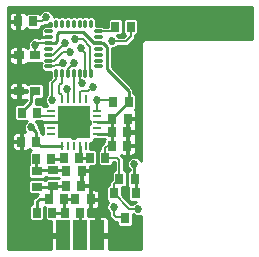
<source format=gtl>
G75*
%MOIN*%
%OFA0B0*%
%FSLAX25Y25*%
%IPPOS*%
%LPD*%
%AMOC8*
5,1,8,0,0,1.08239X$1,22.5*
%
%ADD10R,0.10630X0.10630*%
%ADD11R,0.02756X0.00984*%
%ADD12R,0.00984X0.02756*%
%ADD13R,0.02756X0.03543*%
%ADD14R,0.03543X0.02756*%
%ADD15R,0.03425X0.03071*%
%ADD16R,0.05000X0.10000*%
%ADD17R,0.03150X0.03543*%
%ADD18C,0.01181*%
%ADD19C,0.01000*%
%ADD20C,0.01600*%
%ADD21C,0.02700*%
%ADD22C,0.00800*%
D10*
X0095053Y0118829D03*
D11*
X0087297Y0118829D03*
X0087297Y0120797D03*
X0087297Y0122766D03*
X0087297Y0116860D03*
X0087297Y0114892D03*
X0102809Y0114892D03*
X0102809Y0116860D03*
X0102809Y0118829D03*
X0102809Y0120797D03*
X0102809Y0122766D03*
D12*
X0098990Y0126585D03*
X0097022Y0126585D03*
X0095053Y0126585D03*
X0093085Y0126585D03*
X0091116Y0126585D03*
X0091116Y0111073D03*
X0093085Y0111073D03*
X0095053Y0111073D03*
X0097022Y0111073D03*
X0098990Y0111073D03*
D13*
X0100430Y0107084D03*
X0096862Y0107035D03*
X0091744Y0107035D03*
X0087582Y0106747D03*
X0082464Y0106747D03*
X0082593Y0112427D03*
X0077474Y0112427D03*
X0077646Y0122022D03*
X0082764Y0122022D03*
X0107935Y0120075D03*
X0107760Y0115632D03*
X0107735Y0111009D03*
X0105548Y0107084D03*
X0112853Y0111009D03*
X0112878Y0115632D03*
X0113053Y0120075D03*
X0113316Y0125758D03*
X0108198Y0125758D03*
X0097668Y0102674D03*
X0092549Y0102674D03*
X0092378Y0097776D03*
X0091757Y0093393D03*
X0095528Y0093203D03*
X0100646Y0093203D03*
X0097496Y0097776D03*
X0086639Y0093393D03*
X0087859Y0088725D03*
X0082741Y0088725D03*
X0092103Y0088700D03*
X0097222Y0088700D03*
X0110191Y0100000D03*
X0115309Y0100000D03*
X0114022Y0150763D03*
X0108903Y0150763D03*
X0081559Y0152500D03*
X0076441Y0152500D03*
D14*
X0082800Y0102534D03*
X0088231Y0102822D03*
X0088231Y0097704D03*
X0082800Y0097416D03*
D15*
X0082159Y0129222D03*
X0076805Y0129222D03*
X0076805Y0141152D03*
X0082159Y0141152D03*
D16*
X0091450Y0081175D03*
X0097162Y0081225D03*
X0102850Y0081175D03*
D17*
X0112112Y0086944D03*
X0108372Y0095212D03*
X0115853Y0095212D03*
D18*
X0100890Y0134323D02*
X0100890Y0135899D01*
X0100890Y0134323D02*
X0100890Y0134323D01*
X0100890Y0135899D01*
X0100890Y0135899D01*
X0100890Y0135503D02*
X0100890Y0135503D01*
X0098921Y0135899D02*
X0098921Y0134323D01*
X0098921Y0134323D01*
X0098921Y0135899D01*
X0098921Y0135899D01*
X0098921Y0135503D02*
X0098921Y0135503D01*
X0096953Y0135899D02*
X0096953Y0134323D01*
X0096953Y0134323D01*
X0096953Y0135899D01*
X0096953Y0135899D01*
X0096953Y0135503D02*
X0096953Y0135503D01*
X0094984Y0135899D02*
X0094984Y0134323D01*
X0094984Y0134323D01*
X0094984Y0135899D01*
X0094984Y0135899D01*
X0094984Y0135503D02*
X0094984Y0135503D01*
X0093016Y0135899D02*
X0093016Y0134323D01*
X0093016Y0134323D01*
X0093016Y0135899D01*
X0093016Y0135899D01*
X0093016Y0135503D02*
X0093016Y0135503D01*
X0091047Y0135899D02*
X0091047Y0134323D01*
X0091047Y0134323D01*
X0091047Y0135899D01*
X0091047Y0135899D01*
X0091047Y0135503D02*
X0091047Y0135503D01*
X0089079Y0135899D02*
X0089079Y0134323D01*
X0089079Y0134323D01*
X0089079Y0135899D01*
X0089079Y0135899D01*
X0089079Y0135503D02*
X0089079Y0135503D01*
X0087505Y0137473D02*
X0085929Y0137473D01*
X0085929Y0137473D01*
X0087505Y0137473D01*
X0087505Y0137473D01*
X0087505Y0139441D02*
X0085929Y0139441D01*
X0085929Y0139441D01*
X0087505Y0139441D01*
X0087505Y0139441D01*
X0087505Y0141410D02*
X0085929Y0141410D01*
X0085929Y0141410D01*
X0087505Y0141410D01*
X0087505Y0141410D01*
X0087505Y0143378D02*
X0085929Y0143378D01*
X0085929Y0143378D01*
X0087505Y0143378D01*
X0087505Y0143378D01*
X0087505Y0145347D02*
X0085929Y0145347D01*
X0085929Y0145347D01*
X0087505Y0145347D01*
X0087505Y0145347D01*
X0087505Y0147315D02*
X0085929Y0147315D01*
X0085929Y0147315D01*
X0087505Y0147315D01*
X0087505Y0147315D01*
X0087505Y0149284D02*
X0085929Y0149284D01*
X0085929Y0149284D01*
X0087505Y0149284D01*
X0087505Y0149284D01*
X0089079Y0150858D02*
X0089079Y0152434D01*
X0089079Y0152434D01*
X0089079Y0150858D01*
X0089079Y0150858D01*
X0089079Y0152038D02*
X0089079Y0152038D01*
X0091047Y0152434D02*
X0091047Y0150858D01*
X0091047Y0152434D02*
X0091047Y0152434D01*
X0091047Y0150858D01*
X0091047Y0150858D01*
X0091047Y0152038D02*
X0091047Y0152038D01*
X0093016Y0152434D02*
X0093016Y0150858D01*
X0093016Y0152434D02*
X0093016Y0152434D01*
X0093016Y0150858D01*
X0093016Y0150858D01*
X0093016Y0152038D02*
X0093016Y0152038D01*
X0094984Y0152434D02*
X0094984Y0150858D01*
X0094984Y0152434D02*
X0094984Y0152434D01*
X0094984Y0150858D01*
X0094984Y0150858D01*
X0094984Y0152038D02*
X0094984Y0152038D01*
X0096953Y0152434D02*
X0096953Y0150858D01*
X0096953Y0152434D02*
X0096953Y0152434D01*
X0096953Y0150858D01*
X0096953Y0150858D01*
X0096953Y0152038D02*
X0096953Y0152038D01*
X0098921Y0152434D02*
X0098921Y0150858D01*
X0098921Y0152434D02*
X0098921Y0152434D01*
X0098921Y0150858D01*
X0098921Y0150858D01*
X0098921Y0152038D02*
X0098921Y0152038D01*
X0100890Y0152434D02*
X0100890Y0150858D01*
X0100890Y0152434D02*
X0100890Y0152434D01*
X0100890Y0150858D01*
X0100890Y0150858D01*
X0100890Y0152038D02*
X0100890Y0152038D01*
X0102464Y0149284D02*
X0104040Y0149284D01*
X0104040Y0149284D01*
X0102464Y0149284D01*
X0102464Y0149284D01*
X0102464Y0147315D02*
X0104040Y0147315D01*
X0104040Y0147315D01*
X0102464Y0147315D01*
X0102464Y0147315D01*
X0102464Y0145347D02*
X0104040Y0145347D01*
X0104040Y0145347D01*
X0102464Y0145347D01*
X0102464Y0145347D01*
X0102464Y0143378D02*
X0104040Y0143378D01*
X0104040Y0143378D01*
X0102464Y0143378D01*
X0102464Y0143378D01*
X0102464Y0141410D02*
X0104040Y0141410D01*
X0104040Y0141410D01*
X0102464Y0141410D01*
X0102464Y0141410D01*
X0102464Y0139441D02*
X0104040Y0139441D01*
X0104040Y0139441D01*
X0102464Y0139441D01*
X0102464Y0139441D01*
X0102464Y0137473D02*
X0104040Y0137473D01*
X0104040Y0137473D01*
X0102464Y0137473D01*
X0102464Y0137473D01*
D19*
X0073000Y0157231D02*
X0073000Y0076500D01*
X0087450Y0076500D01*
X0087450Y0080675D01*
X0090950Y0080675D01*
X0090950Y0081675D01*
X0087450Y0081675D01*
X0087450Y0085853D01*
X0086025Y0085853D01*
X0085381Y0086498D01*
X0085381Y0090522D01*
X0085219Y0090522D01*
X0085219Y0086498D01*
X0084575Y0085853D01*
X0080907Y0085853D01*
X0080263Y0086498D01*
X0080263Y0090952D01*
X0080907Y0091597D01*
X0081200Y0091597D01*
X0081200Y0093138D01*
X0082137Y0094075D01*
X0083000Y0094938D01*
X0080573Y0094938D01*
X0079928Y0095582D01*
X0079928Y0099250D01*
X0080573Y0099894D01*
X0085027Y0099894D01*
X0085372Y0099550D01*
X0086004Y0100181D01*
X0090078Y0100181D01*
X0090207Y0100311D01*
X0090174Y0100344D01*
X0086004Y0100344D01*
X0085659Y0100688D01*
X0085027Y0100056D01*
X0080573Y0100056D01*
X0079928Y0100700D01*
X0079928Y0104368D01*
X0080033Y0104473D01*
X0079986Y0104520D01*
X0079986Y0108975D01*
X0080630Y0109619D01*
X0080695Y0109619D01*
X0080246Y0110068D01*
X0080053Y0109734D01*
X0079773Y0109455D01*
X0079431Y0109257D01*
X0079050Y0109155D01*
X0077663Y0109155D01*
X0077663Y0112238D01*
X0077285Y0112238D01*
X0074596Y0112238D01*
X0074596Y0110457D01*
X0074699Y0110076D01*
X0074896Y0109734D01*
X0075175Y0109455D01*
X0075517Y0109257D01*
X0075899Y0109155D01*
X0077285Y0109155D01*
X0077285Y0112238D01*
X0077285Y0112616D01*
X0077285Y0115698D01*
X0075899Y0115698D01*
X0075517Y0115596D01*
X0075175Y0115399D01*
X0074896Y0115119D01*
X0074699Y0114777D01*
X0074596Y0114396D01*
X0074596Y0112616D01*
X0077285Y0112616D01*
X0077663Y0112616D01*
X0077663Y0115698D01*
X0078899Y0115698D01*
X0078848Y0115750D01*
X0078475Y0116650D01*
X0078475Y0117625D01*
X0078848Y0118525D01*
X0079473Y0119151D01*
X0075813Y0119151D01*
X0075168Y0119795D01*
X0075168Y0124250D01*
X0075813Y0124894D01*
X0077844Y0124894D01*
X0079325Y0126375D01*
X0079325Y0126421D01*
X0079097Y0126289D01*
X0078715Y0126187D01*
X0077073Y0126187D01*
X0077073Y0128955D01*
X0079347Y0128955D01*
X0079347Y0129490D01*
X0077073Y0129490D01*
X0077073Y0128955D01*
X0076537Y0128955D01*
X0073593Y0128955D01*
X0073593Y0127490D01*
X0073695Y0127108D01*
X0073892Y0126766D01*
X0074171Y0126487D01*
X0074514Y0126289D01*
X0074895Y0126187D01*
X0076537Y0126187D01*
X0076537Y0128955D01*
X0076537Y0129490D01*
X0073593Y0129490D01*
X0073593Y0130955D01*
X0073695Y0131337D01*
X0073892Y0131679D01*
X0074171Y0131958D01*
X0074514Y0132156D01*
X0074895Y0132258D01*
X0076537Y0132258D01*
X0076537Y0129490D01*
X0077073Y0129490D01*
X0077073Y0132258D01*
X0078715Y0132258D01*
X0079097Y0132156D01*
X0079439Y0131958D01*
X0079718Y0131679D01*
X0079752Y0131619D01*
X0079991Y0131858D01*
X0084328Y0131858D01*
X0084972Y0131214D01*
X0084972Y0127231D01*
X0084328Y0126587D01*
X0082525Y0126587D01*
X0082525Y0125050D01*
X0082369Y0124894D01*
X0084598Y0124894D01*
X0085242Y0124250D01*
X0085242Y0124137D01*
X0085464Y0124358D01*
X0086177Y0124358D01*
X0085673Y0124862D01*
X0085300Y0125763D01*
X0085300Y0126737D01*
X0085673Y0127638D01*
X0086163Y0128127D01*
X0086163Y0132459D01*
X0087041Y0133337D01*
X0087388Y0133684D01*
X0087388Y0135782D01*
X0085229Y0135782D01*
X0084239Y0136772D01*
X0084239Y0138173D01*
X0084523Y0138457D01*
X0084396Y0138584D01*
X0084328Y0138516D01*
X0079991Y0138516D01*
X0079752Y0138755D01*
X0079718Y0138695D01*
X0079439Y0138416D01*
X0079097Y0138218D01*
X0078715Y0138116D01*
X0077073Y0138116D01*
X0077073Y0140884D01*
X0076537Y0140884D01*
X0073593Y0140884D01*
X0073593Y0139419D01*
X0073695Y0139037D01*
X0073892Y0138695D01*
X0074171Y0138416D01*
X0074514Y0138218D01*
X0074895Y0138116D01*
X0076537Y0138116D01*
X0076537Y0140884D01*
X0076537Y0141419D01*
X0073593Y0141419D01*
X0073593Y0142884D01*
X0073695Y0143266D01*
X0073892Y0143608D01*
X0074171Y0143887D01*
X0074514Y0144085D01*
X0074895Y0144187D01*
X0076537Y0144187D01*
X0076537Y0141419D01*
X0077073Y0141419D01*
X0077073Y0144187D01*
X0078715Y0144187D01*
X0079097Y0144085D01*
X0079439Y0143887D01*
X0079718Y0143608D01*
X0079752Y0143548D01*
X0079910Y0143706D01*
X0079700Y0144213D01*
X0079700Y0145187D01*
X0080073Y0146088D01*
X0080762Y0146777D01*
X0081663Y0147150D01*
X0082637Y0147150D01*
X0083369Y0146847D01*
X0083890Y0146847D01*
X0083839Y0147040D01*
X0083839Y0147315D01*
X0086716Y0147315D01*
X0086716Y0147315D01*
X0083839Y0147315D01*
X0083839Y0147590D01*
X0083981Y0148122D01*
X0084244Y0148578D01*
X0084239Y0148584D01*
X0084239Y0149984D01*
X0085229Y0150974D01*
X0087388Y0150974D01*
X0087388Y0151986D01*
X0087213Y0151810D01*
X0086312Y0151438D01*
X0085496Y0151438D01*
X0085059Y0151000D01*
X0084037Y0151000D01*
X0084037Y0150273D01*
X0083393Y0149628D01*
X0079725Y0149628D01*
X0079212Y0150142D01*
X0079019Y0149807D01*
X0078740Y0149528D01*
X0078398Y0149331D01*
X0078016Y0149228D01*
X0076630Y0149228D01*
X0076630Y0152311D01*
X0076252Y0152311D01*
X0076252Y0149228D01*
X0074866Y0149228D01*
X0074484Y0149331D01*
X0074142Y0149528D01*
X0073863Y0149807D01*
X0073665Y0150149D01*
X0073563Y0150531D01*
X0073563Y0152311D01*
X0076252Y0152311D01*
X0076252Y0152689D01*
X0076252Y0155772D01*
X0074866Y0155772D01*
X0074484Y0155669D01*
X0074142Y0155472D01*
X0073863Y0155193D01*
X0073665Y0154851D01*
X0073563Y0154469D01*
X0073563Y0152689D01*
X0076252Y0152689D01*
X0076630Y0152689D01*
X0076630Y0155772D01*
X0078016Y0155772D01*
X0078398Y0155669D01*
X0078740Y0155472D01*
X0079019Y0155193D01*
X0079212Y0154858D01*
X0079725Y0155372D01*
X0083393Y0155372D01*
X0083672Y0155092D01*
X0083748Y0155275D01*
X0084437Y0155965D01*
X0085338Y0156337D01*
X0086312Y0156337D01*
X0087213Y0155965D01*
X0087902Y0155275D01*
X0088275Y0154375D01*
X0088275Y0154020D01*
X0088378Y0154124D01*
X0089779Y0154124D01*
X0090063Y0153840D01*
X0090347Y0154124D01*
X0091747Y0154124D01*
X0092031Y0153840D01*
X0092315Y0154124D01*
X0093716Y0154124D01*
X0094000Y0153840D01*
X0094284Y0154124D01*
X0095684Y0154124D01*
X0095969Y0153840D01*
X0096252Y0154124D01*
X0097653Y0154124D01*
X0097937Y0153840D01*
X0098221Y0154124D01*
X0099622Y0154124D01*
X0099906Y0153840D01*
X0100190Y0154124D01*
X0101590Y0154124D01*
X0102580Y0153134D01*
X0102580Y0150974D01*
X0104740Y0150974D01*
X0104930Y0150784D01*
X0106425Y0150784D01*
X0106425Y0152990D01*
X0107070Y0153634D01*
X0110737Y0153634D01*
X0111381Y0152990D01*
X0111381Y0148535D01*
X0110737Y0147891D01*
X0109374Y0147891D01*
X0109840Y0147425D01*
X0111804Y0147425D01*
X0112270Y0147891D01*
X0112188Y0147891D01*
X0111544Y0148535D01*
X0111544Y0152990D01*
X0112188Y0153634D01*
X0115855Y0153634D01*
X0116499Y0152990D01*
X0116499Y0148535D01*
X0115855Y0147891D01*
X0115500Y0147891D01*
X0115500Y0146879D01*
X0114621Y0146000D01*
X0113046Y0144425D01*
X0109840Y0144425D01*
X0109263Y0143848D01*
X0108362Y0143475D01*
X0107637Y0143475D01*
X0107637Y0137375D01*
X0114916Y0130096D01*
X0114916Y0128630D01*
X0115150Y0128630D01*
X0115794Y0127985D01*
X0115794Y0123531D01*
X0115326Y0123062D01*
X0115352Y0123047D01*
X0115631Y0122768D01*
X0115829Y0122426D01*
X0115931Y0122044D01*
X0115931Y0120264D01*
X0113242Y0120264D01*
X0113242Y0119886D01*
X0115931Y0119886D01*
X0115931Y0118106D01*
X0115829Y0117724D01*
X0115756Y0117598D01*
X0115756Y0115821D01*
X0113067Y0115821D01*
X0113067Y0115443D01*
X0113067Y0114280D01*
X0113042Y0114280D01*
X0113042Y0111198D01*
X0112664Y0111198D01*
X0112664Y0112361D01*
X0112689Y0112361D01*
X0112689Y0115443D01*
X0113067Y0115443D01*
X0115756Y0115443D01*
X0115756Y0113663D01*
X0115654Y0113282D01*
X0115651Y0113277D01*
X0115731Y0112978D01*
X0115731Y0111198D01*
X0113042Y0111198D01*
X0113042Y0110820D01*
X0115731Y0110820D01*
X0115731Y0109039D01*
X0115629Y0108658D01*
X0115431Y0108316D01*
X0115152Y0108037D01*
X0114810Y0107839D01*
X0114428Y0107737D01*
X0113042Y0107737D01*
X0113042Y0110820D01*
X0112664Y0110820D01*
X0112664Y0107737D01*
X0111278Y0107737D01*
X0110896Y0107839D01*
X0110627Y0107995D01*
X0110871Y0107750D01*
X0111750Y0106871D01*
X0111750Y0104417D01*
X0111759Y0104407D01*
X0111750Y0103798D01*
X0111750Y0103188D01*
X0111740Y0103178D01*
X0111736Y0102872D01*
X0112025Y0102872D01*
X0112669Y0102227D01*
X0112669Y0097773D01*
X0112025Y0097128D01*
X0111047Y0097128D01*
X0111047Y0094659D01*
X0114206Y0091500D01*
X0114535Y0091500D01*
X0115112Y0092077D01*
X0115748Y0092340D01*
X0113822Y0092340D01*
X0113178Y0092985D01*
X0113178Y0097426D01*
X0112831Y0097773D01*
X0112831Y0102227D01*
X0113475Y0102872D01*
X0113650Y0102872D01*
X0113650Y0103135D01*
X0113173Y0103612D01*
X0112800Y0104513D01*
X0112800Y0105487D01*
X0113173Y0106388D01*
X0113862Y0107077D01*
X0114763Y0107450D01*
X0115737Y0107450D01*
X0116638Y0107077D01*
X0117327Y0106388D01*
X0117489Y0105996D01*
X0117500Y0142489D01*
X0117500Y0145646D01*
X0118379Y0146525D01*
X0154338Y0146525D01*
X0154338Y0157250D01*
X0119641Y0157250D01*
X0119621Y0157230D01*
X0113991Y0157230D01*
X0113971Y0157250D01*
X0100861Y0157250D01*
X0073000Y0157231D01*
X0073000Y0156878D02*
X0154338Y0156878D01*
X0154338Y0155879D02*
X0087298Y0155879D01*
X0088065Y0154881D02*
X0154338Y0154881D01*
X0154338Y0153882D02*
X0101832Y0153882D01*
X0102580Y0152884D02*
X0106425Y0152884D01*
X0106425Y0151885D02*
X0102580Y0151885D01*
X0104827Y0150887D02*
X0106425Y0150887D01*
X0111381Y0150887D02*
X0111544Y0150887D01*
X0111544Y0151885D02*
X0111381Y0151885D01*
X0111381Y0152884D02*
X0111544Y0152884D01*
X0111544Y0149888D02*
X0111381Y0149888D01*
X0111381Y0148890D02*
X0111544Y0148890D01*
X0112187Y0147891D02*
X0110738Y0147891D01*
X0113517Y0144896D02*
X0117500Y0144896D01*
X0117500Y0143897D02*
X0109312Y0143897D01*
X0107637Y0142899D02*
X0117500Y0142899D01*
X0117500Y0141900D02*
X0107637Y0141900D01*
X0107637Y0140902D02*
X0117500Y0140902D01*
X0117499Y0139903D02*
X0107637Y0139903D01*
X0107637Y0138905D02*
X0117499Y0138905D01*
X0117499Y0137906D02*
X0107637Y0137906D01*
X0108105Y0136908D02*
X0117498Y0136908D01*
X0117498Y0135909D02*
X0109104Y0135909D01*
X0110102Y0134911D02*
X0117498Y0134911D01*
X0117498Y0133912D02*
X0111101Y0133912D01*
X0112099Y0132914D02*
X0117497Y0132914D01*
X0117497Y0131915D02*
X0113098Y0131915D01*
X0114096Y0130917D02*
X0117497Y0130917D01*
X0117496Y0129918D02*
X0114916Y0129918D01*
X0114916Y0128920D02*
X0117496Y0128920D01*
X0117496Y0127921D02*
X0115794Y0127921D01*
X0115794Y0126923D02*
X0117495Y0126923D01*
X0117495Y0125924D02*
X0115794Y0125924D01*
X0115794Y0124926D02*
X0117495Y0124926D01*
X0117495Y0123927D02*
X0115794Y0123927D01*
X0115470Y0122929D02*
X0117494Y0122929D01*
X0117494Y0121930D02*
X0115931Y0121930D01*
X0115931Y0120932D02*
X0117494Y0120932D01*
X0117493Y0119933D02*
X0113242Y0119933D01*
X0113242Y0119886D02*
X0113242Y0118904D01*
X0113067Y0118904D01*
X0113067Y0115821D01*
X0112689Y0115821D01*
X0112689Y0116803D01*
X0112864Y0116803D01*
X0112864Y0119886D01*
X0113242Y0119886D01*
X0113242Y0118934D02*
X0112864Y0118934D01*
X0112864Y0117936D02*
X0113067Y0117936D01*
X0113067Y0116937D02*
X0112864Y0116937D01*
X0112689Y0115939D02*
X0113067Y0115939D01*
X0113067Y0114940D02*
X0112689Y0114940D01*
X0112689Y0113942D02*
X0113042Y0113942D01*
X0113042Y0112943D02*
X0112689Y0112943D01*
X0112664Y0111945D02*
X0113042Y0111945D01*
X0113042Y0110946D02*
X0117491Y0110946D01*
X0117491Y0109948D02*
X0115731Y0109948D01*
X0115707Y0108949D02*
X0117490Y0108949D01*
X0117490Y0107951D02*
X0115003Y0107951D01*
X0113738Y0106952D02*
X0111669Y0106952D01*
X0111750Y0105954D02*
X0112993Y0105954D01*
X0112800Y0104955D02*
X0111750Y0104955D01*
X0111752Y0103957D02*
X0113030Y0103957D01*
X0113650Y0102958D02*
X0111737Y0102958D01*
X0112669Y0101960D02*
X0112831Y0101960D01*
X0112831Y0100961D02*
X0112669Y0100961D01*
X0112669Y0099963D02*
X0112831Y0099963D01*
X0112831Y0098964D02*
X0112669Y0098964D01*
X0112669Y0097966D02*
X0112831Y0097966D01*
X0113178Y0096967D02*
X0111047Y0096967D01*
X0111047Y0095969D02*
X0113178Y0095969D01*
X0113178Y0094970D02*
X0111047Y0094970D01*
X0111734Y0093972D02*
X0113178Y0093972D01*
X0113189Y0092973D02*
X0112732Y0092973D01*
X0113731Y0091975D02*
X0115010Y0091975D01*
X0115853Y0095212D02*
X0115853Y0099456D01*
X0115309Y0100000D01*
X0115250Y0100059D01*
X0115250Y0105000D01*
X0116762Y0106952D02*
X0117490Y0106952D01*
X0113042Y0107951D02*
X0112664Y0107951D01*
X0112664Y0108949D02*
X0113042Y0108949D01*
X0113042Y0109948D02*
X0112664Y0109948D01*
X0110702Y0107951D02*
X0110670Y0107951D01*
X0108750Y0105584D02*
X0108026Y0105584D01*
X0108026Y0104856D01*
X0107382Y0104212D01*
X0103715Y0104212D01*
X0103070Y0104856D01*
X0103070Y0109311D01*
X0103715Y0109955D01*
X0103925Y0109955D01*
X0103925Y0111021D01*
X0104804Y0111900D01*
X0105257Y0112353D01*
X0105257Y0113236D01*
X0105313Y0113292D01*
X0102146Y0113292D01*
X0102138Y0113300D01*
X0101864Y0113300D01*
X0101766Y0112935D01*
X0101568Y0112593D01*
X0101289Y0112313D01*
X0100947Y0112116D01*
X0100582Y0112018D01*
X0100582Y0109955D01*
X0102264Y0109955D01*
X0102908Y0109311D01*
X0102908Y0104856D01*
X0102264Y0104212D01*
X0100545Y0104212D01*
X0100545Y0102863D01*
X0097857Y0102863D01*
X0097857Y0102485D01*
X0100545Y0102485D01*
X0100545Y0100705D01*
X0100443Y0100323D01*
X0100290Y0100058D01*
X0100374Y0099745D01*
X0100374Y0097965D01*
X0097685Y0097965D01*
X0097685Y0097587D01*
X0100374Y0097587D01*
X0100374Y0096475D01*
X0100457Y0096475D01*
X0100457Y0093392D01*
X0100835Y0093392D01*
X0103524Y0093392D01*
X0103524Y0095172D01*
X0103421Y0095554D01*
X0103224Y0095896D01*
X0102945Y0096175D01*
X0102603Y0096373D01*
X0102221Y0096475D01*
X0100835Y0096475D01*
X0100835Y0093392D01*
X0100835Y0093014D01*
X0103524Y0093014D01*
X0103524Y0091234D01*
X0103421Y0090853D01*
X0103224Y0090511D01*
X0102945Y0090231D01*
X0102603Y0090034D01*
X0102221Y0089932D01*
X0100835Y0089932D01*
X0100835Y0093014D01*
X0100457Y0093014D01*
X0100457Y0089932D01*
X0099699Y0089932D01*
X0099699Y0087531D01*
X0099771Y0087573D01*
X0100153Y0087675D01*
X0102350Y0087675D01*
X0102350Y0081675D01*
X0103350Y0081675D01*
X0103350Y0087675D01*
X0105547Y0087675D01*
X0105929Y0087573D01*
X0106271Y0087375D01*
X0106550Y0087096D01*
X0106748Y0086754D01*
X0106850Y0086372D01*
X0106850Y0081675D01*
X0103350Y0081675D01*
X0103350Y0080675D01*
X0106850Y0080675D01*
X0106850Y0076500D01*
X0117481Y0076500D01*
X0117484Y0087756D01*
X0116987Y0087550D01*
X0116013Y0087550D01*
X0115112Y0087923D01*
X0114787Y0088248D01*
X0114787Y0084717D01*
X0114143Y0084073D01*
X0110082Y0084073D01*
X0109438Y0084717D01*
X0109438Y0085625D01*
X0108479Y0085625D01*
X0107600Y0086504D01*
X0106862Y0087241D01*
X0106862Y0088673D01*
X0106285Y0089250D01*
X0105912Y0090150D01*
X0105912Y0091125D01*
X0106285Y0092025D01*
X0106601Y0092340D01*
X0106342Y0092340D01*
X0105698Y0092985D01*
X0105698Y0097439D01*
X0106342Y0098084D01*
X0106872Y0098084D01*
X0106872Y0098803D01*
X0107713Y0099643D01*
X0107713Y0102227D01*
X0108357Y0102872D01*
X0108735Y0102872D01*
X0108750Y0103820D01*
X0108750Y0105584D01*
X0108750Y0104955D02*
X0108026Y0104955D01*
X0108750Y0103957D02*
X0100545Y0103957D01*
X0100545Y0102958D02*
X0108737Y0102958D01*
X0107713Y0101960D02*
X0100545Y0101960D01*
X0100545Y0100961D02*
X0107713Y0100961D01*
X0107713Y0099963D02*
X0100315Y0099963D01*
X0100374Y0098964D02*
X0107034Y0098964D01*
X0106224Y0097966D02*
X0100374Y0097966D01*
X0100374Y0096967D02*
X0105698Y0096967D01*
X0105698Y0095969D02*
X0103151Y0095969D01*
X0103524Y0094970D02*
X0105698Y0094970D01*
X0105698Y0093972D02*
X0103524Y0093972D01*
X0103524Y0092973D02*
X0105709Y0092973D01*
X0106265Y0091975D02*
X0103524Y0091975D01*
X0103454Y0090976D02*
X0105912Y0090976D01*
X0105984Y0089978D02*
X0102393Y0089978D01*
X0100835Y0089978D02*
X0100457Y0089978D01*
X0100457Y0090976D02*
X0100835Y0090976D01*
X0100835Y0091975D02*
X0100457Y0091975D01*
X0100457Y0092973D02*
X0100835Y0092973D01*
X0100835Y0093972D02*
X0100457Y0093972D01*
X0100457Y0094970D02*
X0100835Y0094970D01*
X0100835Y0095969D02*
X0100457Y0095969D01*
X0097685Y0097965D02*
X0097307Y0097965D01*
X0097307Y0099402D01*
X0097479Y0099402D01*
X0097479Y0102485D01*
X0097856Y0102485D01*
X0097856Y0101048D01*
X0097685Y0101048D01*
X0097685Y0097965D01*
X0097685Y0097966D02*
X0097307Y0097966D01*
X0097307Y0098964D02*
X0097685Y0098964D01*
X0097685Y0099963D02*
X0097479Y0099963D01*
X0097479Y0100961D02*
X0097685Y0100961D01*
X0097856Y0101960D02*
X0097479Y0101960D01*
X0092549Y0102674D02*
X0092402Y0102822D01*
X0088231Y0102822D01*
X0083088Y0102822D01*
X0082800Y0102534D01*
X0082389Y0102945D01*
X0082464Y0106747D01*
X0079986Y0106952D02*
X0073000Y0106952D01*
X0073000Y0105954D02*
X0079986Y0105954D01*
X0079986Y0104955D02*
X0073000Y0104955D01*
X0073000Y0103957D02*
X0079928Y0103957D01*
X0079928Y0102958D02*
X0073000Y0102958D01*
X0073000Y0101960D02*
X0079928Y0101960D01*
X0079928Y0100961D02*
X0073000Y0100961D01*
X0073000Y0099963D02*
X0085785Y0099963D01*
X0088231Y0097704D02*
X0087943Y0097416D01*
X0082800Y0097416D01*
X0079928Y0096967D02*
X0073000Y0096967D01*
X0073000Y0095969D02*
X0079928Y0095969D01*
X0080540Y0094970D02*
X0073000Y0094970D01*
X0073000Y0093972D02*
X0082034Y0093972D01*
X0081200Y0092973D02*
X0073000Y0092973D01*
X0073000Y0091975D02*
X0081200Y0091975D01*
X0080287Y0090976D02*
X0073000Y0090976D01*
X0073000Y0089978D02*
X0080263Y0089978D01*
X0080263Y0088979D02*
X0073000Y0088979D01*
X0073000Y0087981D02*
X0080263Y0087981D01*
X0080263Y0086982D02*
X0073000Y0086982D01*
X0073000Y0085984D02*
X0080777Y0085984D01*
X0082741Y0088725D02*
X0082800Y0088784D01*
X0082800Y0092475D01*
X0083718Y0093393D01*
X0086639Y0093393D01*
X0086639Y0093451D01*
X0086937Y0093750D01*
X0087550Y0093750D01*
X0087550Y0097023D01*
X0088231Y0097704D01*
X0088303Y0097776D01*
X0092378Y0097776D01*
X0091757Y0093393D02*
X0091757Y0089047D01*
X0092103Y0088700D01*
X0092078Y0088725D01*
X0087859Y0088725D01*
X0085381Y0088979D02*
X0085219Y0088979D01*
X0085219Y0087981D02*
X0085381Y0087981D01*
X0085381Y0086982D02*
X0085219Y0086982D01*
X0084705Y0085984D02*
X0085895Y0085984D01*
X0087450Y0084985D02*
X0073000Y0084985D01*
X0073000Y0083987D02*
X0087450Y0083987D01*
X0087450Y0082988D02*
X0073000Y0082988D01*
X0073000Y0081990D02*
X0087450Y0081990D01*
X0087450Y0079993D02*
X0073000Y0079993D01*
X0073000Y0080991D02*
X0090950Y0080991D01*
X0087450Y0078994D02*
X0073000Y0078994D01*
X0073000Y0077996D02*
X0087450Y0077996D01*
X0087450Y0076997D02*
X0073000Y0076997D01*
X0085219Y0089978D02*
X0085381Y0089978D01*
X0091757Y0093393D02*
X0095338Y0093393D01*
X0095528Y0093203D01*
X0099699Y0088979D02*
X0106556Y0088979D01*
X0106862Y0087981D02*
X0099699Y0087981D01*
X0097222Y0088700D02*
X0097162Y0088641D01*
X0097162Y0081225D01*
X0102350Y0081990D02*
X0103350Y0081990D01*
X0103350Y0082988D02*
X0102350Y0082988D01*
X0102350Y0083987D02*
X0103350Y0083987D01*
X0103350Y0084985D02*
X0102350Y0084985D01*
X0102350Y0085984D02*
X0103350Y0085984D01*
X0103350Y0086982D02*
X0102350Y0086982D01*
X0106616Y0086982D02*
X0107122Y0086982D01*
X0106850Y0085984D02*
X0108120Y0085984D01*
X0106850Y0084985D02*
X0109438Y0084985D01*
X0106850Y0083987D02*
X0117483Y0083987D01*
X0117483Y0084985D02*
X0114787Y0084985D01*
X0114787Y0085984D02*
X0117484Y0085984D01*
X0117484Y0086982D02*
X0114787Y0086982D01*
X0114787Y0087981D02*
X0115055Y0087981D01*
X0117483Y0082988D02*
X0106850Y0082988D01*
X0106850Y0081990D02*
X0117482Y0081990D01*
X0117482Y0080991D02*
X0103350Y0080991D01*
X0106850Y0079993D02*
X0117482Y0079993D01*
X0117481Y0078994D02*
X0106850Y0078994D01*
X0106850Y0077996D02*
X0117481Y0077996D01*
X0117481Y0076997D02*
X0106850Y0076997D01*
X0079928Y0097966D02*
X0073000Y0097966D01*
X0073000Y0098964D02*
X0079928Y0098964D01*
X0087582Y0106747D02*
X0091456Y0106747D01*
X0091744Y0107035D01*
X0091486Y0106519D01*
X0091116Y0111073D02*
X0083946Y0111073D01*
X0082593Y0112427D01*
X0082593Y0115470D01*
X0080925Y0117137D01*
X0079257Y0118934D02*
X0073000Y0118934D01*
X0073000Y0117936D02*
X0078604Y0117936D01*
X0078475Y0116937D02*
X0073000Y0116937D01*
X0073000Y0115939D02*
X0078770Y0115939D01*
X0077663Y0114940D02*
X0077285Y0114940D01*
X0077285Y0113942D02*
X0077663Y0113942D01*
X0077663Y0112943D02*
X0077285Y0112943D01*
X0077285Y0111945D02*
X0077663Y0111945D01*
X0077663Y0110946D02*
X0077285Y0110946D01*
X0077285Y0109948D02*
X0077663Y0109948D01*
X0080176Y0109948D02*
X0080366Y0109948D01*
X0079986Y0108949D02*
X0073000Y0108949D01*
X0073000Y0107951D02*
X0079986Y0107951D01*
X0074773Y0109948D02*
X0073000Y0109948D01*
X0073000Y0110946D02*
X0074596Y0110946D01*
X0074596Y0111945D02*
X0073000Y0111945D01*
X0073000Y0112943D02*
X0074596Y0112943D01*
X0074596Y0113942D02*
X0073000Y0113942D01*
X0073000Y0114940D02*
X0074793Y0114940D01*
X0075168Y0119933D02*
X0073000Y0119933D01*
X0073000Y0120932D02*
X0075168Y0120932D01*
X0075168Y0121930D02*
X0073000Y0121930D01*
X0073000Y0122929D02*
X0075168Y0122929D01*
X0075168Y0123927D02*
X0073000Y0123927D01*
X0073000Y0124926D02*
X0077875Y0124926D01*
X0078874Y0125924D02*
X0073000Y0125924D01*
X0073000Y0126923D02*
X0073802Y0126923D01*
X0073593Y0127921D02*
X0073000Y0127921D01*
X0073000Y0128920D02*
X0073593Y0128920D01*
X0073593Y0129918D02*
X0073000Y0129918D01*
X0073000Y0130917D02*
X0073593Y0130917D01*
X0074128Y0131915D02*
X0073000Y0131915D01*
X0073000Y0132914D02*
X0086617Y0132914D01*
X0086163Y0131915D02*
X0079482Y0131915D01*
X0077073Y0131915D02*
X0076537Y0131915D01*
X0076537Y0130917D02*
X0077073Y0130917D01*
X0077073Y0129918D02*
X0076537Y0129918D01*
X0076537Y0128920D02*
X0077073Y0128920D01*
X0077073Y0127921D02*
X0076537Y0127921D01*
X0076537Y0126923D02*
X0077073Y0126923D01*
X0080925Y0127988D02*
X0082159Y0129222D01*
X0080925Y0127988D02*
X0080925Y0125712D01*
X0077646Y0122434D01*
X0077646Y0122022D01*
X0082377Y0119151D02*
X0084419Y0119151D01*
X0084419Y0118829D01*
X0087297Y0118829D01*
X0087297Y0118829D01*
X0084419Y0118829D01*
X0084419Y0118139D01*
X0084522Y0117758D01*
X0084719Y0117416D01*
X0084819Y0117315D01*
X0084819Y0115912D01*
X0084856Y0115876D01*
X0084819Y0115839D01*
X0084819Y0114905D01*
X0084426Y0115298D01*
X0084193Y0115298D01*
X0084193Y0116133D01*
X0083375Y0116950D01*
X0083375Y0117625D01*
X0083002Y0118525D01*
X0082377Y0119151D01*
X0082593Y0118934D02*
X0084419Y0118934D01*
X0084474Y0117936D02*
X0083246Y0117936D01*
X0083388Y0116937D02*
X0084819Y0116937D01*
X0084819Y0115939D02*
X0084193Y0115939D01*
X0084784Y0114940D02*
X0084819Y0114940D01*
X0087297Y0118829D02*
X0087297Y0118829D01*
X0090175Y0118829D01*
X0090175Y0119329D01*
X0094553Y0119329D01*
X0094553Y0124107D01*
X0095553Y0124107D01*
X0095553Y0119329D01*
X0094553Y0119329D01*
X0094553Y0118329D01*
X0090175Y0118329D01*
X0090175Y0118829D01*
X0087297Y0118829D01*
X0090175Y0118934D02*
X0094553Y0118934D01*
X0094553Y0118329D02*
X0094553Y0113551D01*
X0095553Y0113551D01*
X0095553Y0118329D01*
X0100331Y0118329D01*
X0100331Y0119329D01*
X0095553Y0119329D01*
X0095553Y0118329D01*
X0094553Y0118329D01*
X0094553Y0117936D02*
X0095553Y0117936D01*
X0095553Y0118934D02*
X0100331Y0118934D01*
X0102809Y0118829D02*
X0106579Y0118829D01*
X0107750Y0120000D01*
X0107750Y0115030D01*
X0107760Y0115632D01*
X0107760Y0114892D01*
X0107760Y0111034D01*
X0107735Y0111009D01*
X0104849Y0111945D02*
X0100582Y0111945D01*
X0100582Y0110946D02*
X0103925Y0110946D01*
X0103707Y0109948D02*
X0102271Y0109948D01*
X0102908Y0108949D02*
X0103070Y0108949D01*
X0103070Y0107951D02*
X0102908Y0107951D01*
X0102908Y0106952D02*
X0103070Y0106952D01*
X0103070Y0105954D02*
X0102908Y0105954D01*
X0102908Y0104955D02*
X0103070Y0104955D01*
X0100430Y0107084D02*
X0096911Y0107084D01*
X0096862Y0107035D01*
X0097022Y0107195D01*
X0097022Y0111073D01*
X0101768Y0112943D02*
X0105257Y0112943D01*
X0102809Y0114892D02*
X0107760Y0114892D01*
X0106689Y0118829D02*
X0102809Y0118829D01*
X0106689Y0118829D02*
X0107935Y0120075D01*
X0107935Y0120377D01*
X0113316Y0125758D01*
X0113316Y0129434D01*
X0106037Y0136713D01*
X0106037Y0144088D01*
X0104778Y0145347D01*
X0103252Y0145347D01*
X0101716Y0145347D01*
X0098075Y0148988D01*
X0090112Y0148988D01*
X0089500Y0148375D01*
X0089500Y0145925D01*
X0088887Y0145313D01*
X0086751Y0145313D01*
X0086717Y0145347D01*
X0083878Y0146893D02*
X0083258Y0146893D01*
X0083919Y0147891D02*
X0073000Y0147891D01*
X0073000Y0146893D02*
X0081042Y0146893D01*
X0079993Y0145894D02*
X0073000Y0145894D01*
X0073000Y0144896D02*
X0079700Y0144896D01*
X0079831Y0143897D02*
X0079421Y0143897D01*
X0077073Y0143897D02*
X0076537Y0143897D01*
X0076537Y0142899D02*
X0077073Y0142899D01*
X0077073Y0141900D02*
X0076537Y0141900D01*
X0076537Y0140902D02*
X0073000Y0140902D01*
X0073000Y0141900D02*
X0073593Y0141900D01*
X0073596Y0142899D02*
X0073000Y0142899D01*
X0073000Y0143897D02*
X0074189Y0143897D01*
X0073593Y0139903D02*
X0073000Y0139903D01*
X0073000Y0138905D02*
X0073771Y0138905D01*
X0073000Y0137906D02*
X0084239Y0137906D01*
X0084239Y0136908D02*
X0073000Y0136908D01*
X0073000Y0135909D02*
X0085102Y0135909D01*
X0087388Y0134911D02*
X0073000Y0134911D01*
X0073000Y0133912D02*
X0087388Y0133912D01*
X0086163Y0130917D02*
X0084972Y0130917D01*
X0084972Y0129918D02*
X0086163Y0129918D01*
X0086163Y0128920D02*
X0084972Y0128920D01*
X0084972Y0127921D02*
X0085956Y0127921D01*
X0085377Y0126923D02*
X0084663Y0126923D01*
X0085300Y0125924D02*
X0082525Y0125924D01*
X0082401Y0124926D02*
X0085647Y0124926D01*
X0094553Y0123927D02*
X0095553Y0123927D01*
X0095553Y0122929D02*
X0094553Y0122929D01*
X0094553Y0121930D02*
X0095553Y0121930D01*
X0095553Y0120932D02*
X0094553Y0120932D01*
X0094553Y0119933D02*
X0095553Y0119933D01*
X0095553Y0116937D02*
X0094553Y0116937D01*
X0094553Y0115939D02*
X0095553Y0115939D01*
X0095553Y0114940D02*
X0094553Y0114940D01*
X0094553Y0113942D02*
X0095553Y0113942D01*
X0115731Y0112943D02*
X0117491Y0112943D01*
X0117491Y0111945D02*
X0115731Y0111945D01*
X0115756Y0113942D02*
X0117492Y0113942D01*
X0117492Y0114940D02*
X0115756Y0114940D01*
X0115756Y0115939D02*
X0117492Y0115939D01*
X0117493Y0116937D02*
X0115756Y0116937D01*
X0115885Y0117936D02*
X0117493Y0117936D01*
X0117493Y0118934D02*
X0115931Y0118934D01*
X0114516Y0145894D02*
X0117748Y0145894D01*
X0115500Y0146893D02*
X0154338Y0146893D01*
X0154338Y0147891D02*
X0115856Y0147891D01*
X0116499Y0148890D02*
X0154338Y0148890D01*
X0154338Y0149888D02*
X0116499Y0149888D01*
X0116499Y0150887D02*
X0154338Y0150887D01*
X0154338Y0151885D02*
X0116499Y0151885D01*
X0116499Y0152884D02*
X0154338Y0152884D01*
X0099948Y0153882D02*
X0099863Y0153882D01*
X0097980Y0153882D02*
X0097895Y0153882D01*
X0096011Y0153882D02*
X0095926Y0153882D01*
X0094042Y0153882D02*
X0093958Y0153882D01*
X0092074Y0153882D02*
X0091989Y0153882D01*
X0090105Y0153882D02*
X0090020Y0153882D01*
X0087388Y0151885D02*
X0087288Y0151885D01*
X0085141Y0150887D02*
X0084037Y0150887D01*
X0084239Y0149888D02*
X0083653Y0149888D01*
X0084239Y0148890D02*
X0073000Y0148890D01*
X0073000Y0149888D02*
X0073816Y0149888D01*
X0073563Y0150887D02*
X0073000Y0150887D01*
X0073000Y0151885D02*
X0073563Y0151885D01*
X0073563Y0152884D02*
X0073000Y0152884D01*
X0073000Y0153882D02*
X0073563Y0153882D01*
X0073683Y0154881D02*
X0073000Y0154881D01*
X0073000Y0155879D02*
X0084352Y0155879D01*
X0079235Y0154881D02*
X0079199Y0154881D01*
X0076630Y0154881D02*
X0076252Y0154881D01*
X0076252Y0153882D02*
X0076630Y0153882D01*
X0076630Y0152884D02*
X0076252Y0152884D01*
X0076252Y0151885D02*
X0076630Y0151885D01*
X0076630Y0150887D02*
X0076252Y0150887D01*
X0076252Y0149888D02*
X0076630Y0149888D01*
X0079066Y0149888D02*
X0079465Y0149888D01*
X0077073Y0139903D02*
X0076537Y0139903D01*
X0076537Y0138905D02*
X0077073Y0138905D01*
D20*
X0093085Y0120797D02*
X0095053Y0118829D01*
D21*
X0095250Y0118750D03*
X0087750Y0126250D03*
X0092750Y0130000D03*
X0097750Y0131863D03*
X0101500Y0130637D03*
X0102750Y0126250D03*
X0095012Y0138575D03*
X0091337Y0138575D03*
X0093787Y0142250D03*
X0091950Y0145363D03*
X0095600Y0146538D03*
X0097462Y0143475D03*
X0107875Y0145925D03*
X0104000Y0155000D03*
X0085825Y0153888D03*
X0082150Y0144700D03*
X0080925Y0117137D03*
X0074775Y0117400D03*
X0078363Y0108375D03*
X0078363Y0105262D03*
X0078363Y0102125D03*
X0078363Y0096512D03*
X0079025Y0091075D03*
X0079050Y0087737D03*
X0082800Y0084900D03*
X0083425Y0081238D03*
X0085875Y0077563D03*
X0101587Y0088975D03*
X0104950Y0091437D03*
X0108362Y0090637D03*
X0104337Y0095112D03*
X0102275Y0098137D03*
X0102200Y0102475D03*
X0115250Y0105000D03*
X0102800Y0111112D03*
X0116500Y0090000D03*
X0135250Y0151250D03*
D22*
X0114022Y0150763D02*
X0114000Y0150741D01*
X0114000Y0147500D01*
X0112425Y0145925D01*
X0107875Y0145925D01*
X0107425Y0149284D02*
X0103252Y0149284D01*
X0107425Y0149284D02*
X0108903Y0150763D01*
X0100525Y0144088D02*
X0098075Y0146538D01*
X0095600Y0146538D01*
X0097462Y0143475D02*
X0098921Y0142016D01*
X0098921Y0135111D01*
X0096953Y0135111D02*
X0096953Y0132660D01*
X0097750Y0131863D01*
X0097462Y0129387D02*
X0099637Y0129387D01*
X0101500Y0130637D01*
X0097462Y0129387D02*
X0097022Y0128947D01*
X0097022Y0126585D01*
X0095053Y0126585D02*
X0095012Y0128775D01*
X0095250Y0129012D01*
X0095250Y0131250D01*
X0095053Y0131447D01*
X0095053Y0134429D01*
X0094984Y0135111D01*
X0093016Y0135111D02*
X0093016Y0136578D01*
X0095012Y0138575D01*
X0091337Y0138575D02*
X0090725Y0137963D01*
X0088887Y0137963D01*
X0088398Y0137473D01*
X0086717Y0137473D01*
X0086717Y0139441D02*
X0088529Y0139441D01*
X0091337Y0142250D01*
X0093787Y0142250D01*
X0091950Y0145363D02*
X0087997Y0141410D01*
X0086717Y0141410D01*
X0086717Y0145347D02*
X0082797Y0145347D01*
X0082150Y0144700D01*
X0082159Y0144691D01*
X0082159Y0141152D01*
X0082150Y0141161D01*
X0082150Y0144700D01*
X0081559Y0152500D02*
X0084438Y0152500D01*
X0085825Y0153888D01*
X0100525Y0144088D02*
X0100525Y0136738D01*
X0100890Y0136373D01*
X0100890Y0135111D01*
X0093085Y0129665D02*
X0092750Y0130000D01*
X0093085Y0129665D02*
X0093085Y0126585D01*
X0091116Y0126585D02*
X0091116Y0127884D01*
X0090250Y0128750D01*
X0090250Y0131250D01*
X0091116Y0132116D01*
X0091116Y0134429D01*
X0091047Y0135111D01*
X0089079Y0135111D02*
X0089079Y0133254D01*
X0087662Y0131838D01*
X0087662Y0126337D01*
X0087750Y0126250D01*
X0087297Y0120797D02*
X0083964Y0120797D01*
X0082764Y0122022D01*
X0102809Y0122766D02*
X0102809Y0126191D01*
X0107765Y0126191D01*
X0108198Y0125758D01*
X0102809Y0126191D02*
X0102750Y0126250D01*
X0106059Y0111034D02*
X0105425Y0110400D01*
X0105425Y0107207D01*
X0105548Y0107084D01*
X0109416Y0107084D01*
X0110250Y0106250D01*
X0110250Y0103809D01*
X0110191Y0100000D01*
X0108372Y0098181D01*
X0108372Y0095212D01*
X0113584Y0090000D01*
X0116500Y0090000D01*
X0112112Y0086944D02*
X0111319Y0087125D01*
X0109100Y0087125D01*
X0108362Y0087862D01*
X0108362Y0090637D01*
X0110250Y0081250D02*
X0110175Y0081175D01*
X0102850Y0081175D01*
X0106059Y0111034D02*
X0107760Y0111034D01*
M02*

</source>
